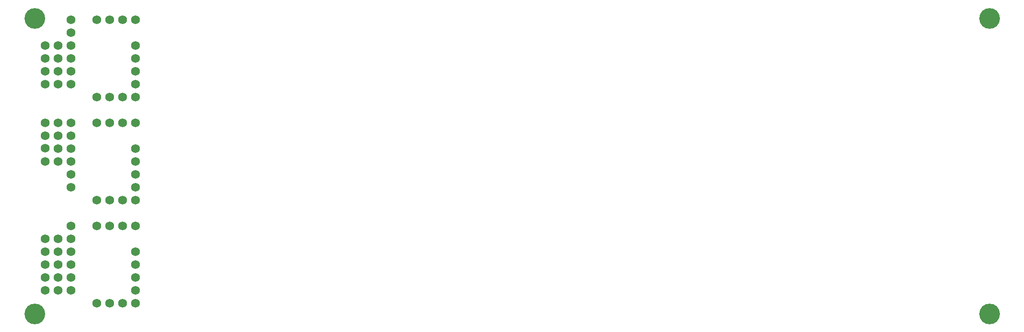
<source format=gbr>
G04 #@! TF.FileFunction,Soldermask,Bot*
%FSLAX46Y46*%
G04 Gerber Fmt 4.6, Leading zero omitted, Abs format (unit mm)*
G04 Created by KiCad (PCBNEW 4.0.4-stable) date 11/21/16 14:20:49*
%MOMM*%
%LPD*%
G01*
G04 APERTURE LIST*
%ADD10C,0.100000*%
%ADD11C,1.727200*%
%ADD12C,4.064000*%
G04 APERTURE END LIST*
D10*
D11*
X7620000Y53340000D03*
X7620000Y55880000D03*
X7620000Y50800000D03*
X5080000Y48260000D03*
X10160000Y40640000D03*
X10160000Y38100000D03*
X10160000Y35560000D03*
X10160000Y33020000D03*
X10160000Y30480000D03*
X10160000Y27940000D03*
X15240000Y40640000D03*
X17780000Y40640000D03*
X22860000Y40640000D03*
X20320000Y40640000D03*
X22860000Y30480000D03*
X22860000Y27940000D03*
X22860000Y25400000D03*
X22860000Y35560000D03*
X22860000Y33020000D03*
X17780000Y25400000D03*
X15240000Y25400000D03*
X20320000Y25400000D03*
X7620000Y40640000D03*
X7620000Y38100000D03*
X7620000Y35560000D03*
X7620000Y33020000D03*
D12*
X3000000Y3000000D03*
D11*
X10160000Y60960000D03*
X10160000Y58420000D03*
X10160000Y55880000D03*
X10160000Y53340000D03*
X10160000Y50800000D03*
X10160000Y48260000D03*
X15240000Y60960000D03*
X17780000Y60960000D03*
X22860000Y60960000D03*
X20320000Y60960000D03*
X22860000Y50800000D03*
X22860000Y48260000D03*
X22860000Y45720000D03*
X22860000Y55880000D03*
X22860000Y53340000D03*
X17780000Y45720000D03*
X15240000Y45720000D03*
X20320000Y45720000D03*
X10160000Y20320000D03*
X10160000Y17780000D03*
X10160000Y15240000D03*
X10160000Y12700000D03*
X10160000Y10160000D03*
X10160000Y7620000D03*
X15240000Y20320000D03*
X17780000Y20320000D03*
X22860000Y20320000D03*
X20320000Y20320000D03*
X22860000Y10160000D03*
X22860000Y7620000D03*
X22860000Y5080000D03*
X22860000Y15240000D03*
X22860000Y12700000D03*
X17780000Y5080000D03*
X15240000Y5080000D03*
X20320000Y5080000D03*
D12*
X3000000Y61250000D03*
X190960000Y61250000D03*
X190960000Y3000000D03*
D11*
X7620000Y15240000D03*
X7620000Y7620000D03*
X7620000Y17780000D03*
X7620000Y12700000D03*
X7620000Y10160000D03*
X5080000Y15240000D03*
X5080000Y7620000D03*
X5080000Y17780000D03*
X7620000Y48260000D03*
X5080000Y50800000D03*
X5080000Y53340000D03*
X5080000Y55880000D03*
X5080000Y33020000D03*
X5080000Y35669999D03*
X5080000Y38100000D03*
X5080000Y40640000D03*
X5080000Y12700000D03*
X5080000Y10160000D03*
M02*

</source>
